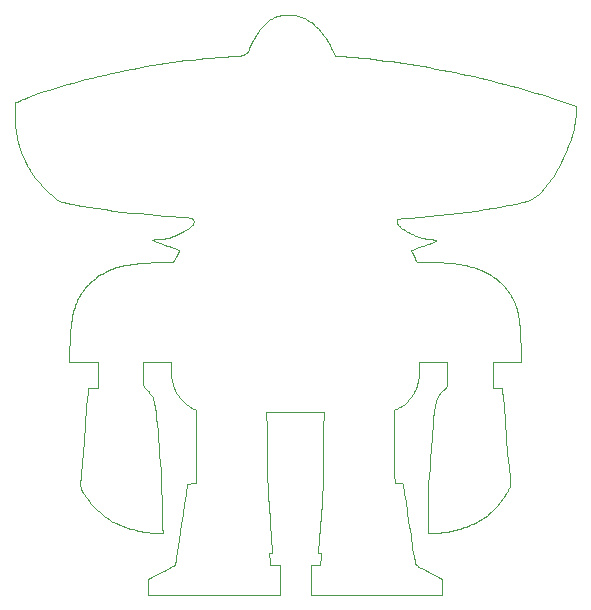
<source format=gbr>
G04 #@! TF.GenerationSoftware,KiCad,Pcbnew,5.1.4-e60b266~84~ubuntu18.04.1*
G04 #@! TF.CreationDate,2019-10-12T11:31:16-06:00*
G04 #@! TF.ProjectId,001,3030312e-6b69-4636-9164-5f7063625858,1*
G04 #@! TF.SameCoordinates,Original*
G04 #@! TF.FileFunction,Profile,NP*
%FSLAX46Y46*%
G04 Gerber Fmt 4.6, Leading zero omitted, Abs format (unit mm)*
G04 Created by KiCad (PCBNEW 5.1.4-e60b266~84~ubuntu18.04.1) date 2019-10-12 11:31:16*
%MOMM*%
%LPD*%
G04 APERTURE LIST*
%ADD10C,0.100000*%
G04 APERTURE END LIST*
D10*
X125087647Y-124050200D02*
X125087647Y-123877226D01*
X125087647Y-123877226D02*
X125087647Y-123704250D01*
X125087647Y-123704250D02*
X125087647Y-123531276D01*
X125087647Y-123531276D02*
X125087647Y-123358301D01*
X125087647Y-123358301D02*
X125359139Y-123225287D01*
X125359139Y-123225287D02*
X125630631Y-123092272D01*
X125630631Y-123092272D02*
X125902122Y-122959258D01*
X125902122Y-122959258D02*
X126173614Y-122826243D01*
X126173614Y-122826243D02*
X126393259Y-122716947D01*
X126393259Y-122716947D02*
X126601059Y-122610309D01*
X126601059Y-122610309D02*
X126792264Y-122509000D01*
X126792264Y-122509000D02*
X126962117Y-122415690D01*
X126962117Y-122415690D02*
X127105862Y-122333040D01*
X127105862Y-122333040D02*
X127218747Y-122263730D01*
X127218747Y-122263730D02*
X127296007Y-122210410D01*
X127296007Y-122210410D02*
X127319797Y-122190590D01*
X127319797Y-122190590D02*
X127332907Y-122175770D01*
X127332907Y-122175770D02*
X127342907Y-122146360D01*
X127342907Y-122146360D02*
X127357517Y-122083740D01*
X127357517Y-122083740D02*
X127399487Y-121865946D01*
X127399487Y-121865946D02*
X127456567Y-121536600D01*
X127456567Y-121536600D02*
X127526487Y-121109899D01*
X127526487Y-121109899D02*
X127695692Y-120021242D01*
X127695692Y-120021242D02*
X127888862Y-118713575D01*
X127888862Y-118713575D02*
X128009511Y-117877635D01*
X128009511Y-117877635D02*
X128130160Y-117041695D01*
X128130160Y-117041695D02*
X128250810Y-116205755D01*
X128250810Y-116205755D02*
X128371459Y-115369814D01*
X128371459Y-115369814D02*
X128461019Y-115354444D01*
X128461019Y-115354444D02*
X128550579Y-115339074D01*
X128550579Y-115339074D02*
X128640139Y-115323704D01*
X128640139Y-115323704D02*
X128729699Y-115308334D01*
X128729699Y-115308334D02*
X128819259Y-115292964D01*
X128819259Y-115292964D02*
X128908819Y-115277594D01*
X128908819Y-115277594D02*
X128998379Y-115262224D01*
X128998379Y-115262224D02*
X129087939Y-115246854D01*
X129087939Y-115246854D02*
X129095939Y-114481558D01*
X129095939Y-114481558D02*
X129103939Y-113716262D01*
X129103939Y-113716262D02*
X129111939Y-112950966D01*
X129111939Y-112950966D02*
X129119939Y-112185670D01*
X129119939Y-112185670D02*
X129127939Y-111420374D01*
X129127939Y-111420374D02*
X129135939Y-110655078D01*
X129135939Y-110655078D02*
X129143939Y-109889781D01*
X129143939Y-109889781D02*
X129151939Y-109124486D01*
X129151939Y-109124486D02*
X129019302Y-109046756D01*
X129019302Y-109046756D02*
X128886666Y-108969026D01*
X128886666Y-108969026D02*
X128754029Y-108891296D01*
X128754029Y-108891296D02*
X128621393Y-108813566D01*
X128621393Y-108813566D02*
X128522683Y-108753596D01*
X128522683Y-108753596D02*
X128427003Y-108691156D01*
X128427003Y-108691156D02*
X128334353Y-108626246D01*
X128334353Y-108626246D02*
X128244743Y-108558896D01*
X128244743Y-108558896D02*
X128158183Y-108489106D01*
X128158183Y-108489106D02*
X128074673Y-108416906D01*
X128074673Y-108416906D02*
X127994223Y-108342296D01*
X127994223Y-108342296D02*
X127916853Y-108265296D01*
X127916853Y-108265296D02*
X127842543Y-108185906D01*
X127842543Y-108185906D02*
X127771313Y-108104156D01*
X127771313Y-108104156D02*
X127703183Y-108020056D01*
X127703183Y-108020056D02*
X127638153Y-107933616D01*
X127638153Y-107933616D02*
X127576223Y-107844846D01*
X127576223Y-107844846D02*
X127517393Y-107753766D01*
X127517393Y-107753766D02*
X127461683Y-107660386D01*
X127461683Y-107660386D02*
X127409103Y-107564726D01*
X127409103Y-107564726D02*
X127359653Y-107466796D01*
X127359653Y-107466796D02*
X127313343Y-107366604D01*
X127313343Y-107366604D02*
X127270183Y-107264165D01*
X127270183Y-107264165D02*
X127230173Y-107159496D01*
X127230173Y-107159496D02*
X127193323Y-107052609D01*
X127193323Y-107052609D02*
X127159633Y-106943517D01*
X127159633Y-106943517D02*
X127129123Y-106832233D01*
X127129123Y-106832233D02*
X127101803Y-106718773D01*
X127101803Y-106718773D02*
X127077663Y-106603149D01*
X127077663Y-106603149D02*
X127056713Y-106485374D01*
X127056713Y-106485374D02*
X127038973Y-106365460D01*
X127038973Y-106365460D02*
X127024443Y-106243424D01*
X127024443Y-106243424D02*
X127013133Y-106119276D01*
X127013133Y-106119276D02*
X127005033Y-105993033D01*
X127005033Y-105993033D02*
X127000233Y-105864705D01*
X127000233Y-105864705D02*
X126998633Y-105734308D01*
X126998633Y-105734308D02*
X126998633Y-105560557D01*
X126998633Y-105560557D02*
X126998633Y-105386860D01*
X126998633Y-105386860D02*
X126998633Y-105213163D01*
X126998633Y-105213163D02*
X126998633Y-105039466D01*
X126998633Y-105039466D02*
X126699682Y-105039466D01*
X126699682Y-105039466D02*
X126401156Y-105039466D01*
X126401156Y-105039466D02*
X126102630Y-105039466D01*
X126102630Y-105039466D02*
X125804104Y-105039466D01*
X125804104Y-105039466D02*
X125505578Y-105039466D01*
X125505578Y-105039466D02*
X125207052Y-105039466D01*
X125207052Y-105039466D02*
X124908527Y-105039466D01*
X124908527Y-105039466D02*
X124610001Y-105039466D01*
X124610001Y-105039466D02*
X124610001Y-105295140D01*
X124610001Y-105295140D02*
X124610001Y-105550815D01*
X124610001Y-105550815D02*
X124610001Y-105806489D01*
X124610001Y-105806489D02*
X124610001Y-106062162D01*
X124610001Y-106062162D02*
X124611201Y-106388837D01*
X124611201Y-106388837D02*
X124617301Y-106642052D01*
X124617301Y-106642052D02*
X124623301Y-106745334D01*
X124623301Y-106745334D02*
X124631801Y-106835314D01*
X124631801Y-106835314D02*
X124643331Y-106913694D01*
X124643331Y-106913694D02*
X124658301Y-106982154D01*
X124658301Y-106982154D02*
X124677151Y-107042374D01*
X124677151Y-107042374D02*
X124700321Y-107096054D01*
X124700321Y-107096054D02*
X124728251Y-107144874D01*
X124728251Y-107144874D02*
X124761401Y-107190524D01*
X124761401Y-107190524D02*
X124800211Y-107234694D01*
X124800211Y-107234694D02*
X124845111Y-107279084D01*
X124845111Y-107279084D02*
X124954987Y-107375244D01*
X124954987Y-107375244D02*
X125028047Y-107442924D01*
X125028047Y-107442924D02*
X125103447Y-107524144D01*
X125103447Y-107524144D02*
X125179017Y-107615844D01*
X125179017Y-107615844D02*
X125252577Y-107714944D01*
X125252577Y-107714944D02*
X125321967Y-107818371D01*
X125321967Y-107818371D02*
X125385027Y-107923057D01*
X125385027Y-107923057D02*
X125439577Y-108025933D01*
X125439577Y-108025933D02*
X125483457Y-108123923D01*
X125483457Y-108123923D02*
X125510717Y-108202173D01*
X125510717Y-108202173D02*
X125538317Y-108301133D01*
X125538317Y-108301133D02*
X125566197Y-108420090D01*
X125566197Y-108420090D02*
X125594297Y-108558332D01*
X125594297Y-108558332D02*
X125622567Y-108715147D01*
X125622567Y-108715147D02*
X125650947Y-108889823D01*
X125650947Y-108889823D02*
X125707807Y-109289911D01*
X125707807Y-109289911D02*
X125764407Y-109752902D01*
X125764407Y-109752902D02*
X125820277Y-110273101D01*
X125820277Y-110273101D02*
X125874957Y-110844812D01*
X125874957Y-110844812D02*
X125927977Y-111462340D01*
X125927977Y-111462340D02*
X125978877Y-112119992D01*
X125978877Y-112119992D02*
X126027197Y-112812070D01*
X126027197Y-112812070D02*
X126072467Y-113532881D01*
X126072467Y-113532881D02*
X126114227Y-114276729D01*
X126114227Y-114276729D02*
X126152017Y-115037918D01*
X126152017Y-115037918D02*
X126185367Y-115810755D01*
X126185367Y-115810755D02*
X126213807Y-116589545D01*
X126213807Y-116589545D02*
X126236877Y-117368590D01*
X126236877Y-117368590D02*
X126250667Y-117898474D01*
X126250667Y-117898474D02*
X126264457Y-118428357D01*
X126264457Y-118428357D02*
X126278247Y-118958241D01*
X126278247Y-118958241D02*
X126292037Y-119488124D01*
X126292037Y-119488124D02*
X126140236Y-119488124D01*
X126140236Y-119488124D02*
X125988411Y-119488124D01*
X125988411Y-119488124D02*
X125836588Y-119488124D01*
X125836588Y-119488124D02*
X125684764Y-119488124D01*
X125684764Y-119488124D02*
X125496233Y-119484224D01*
X125496233Y-119484224D02*
X125299095Y-119472804D01*
X125299095Y-119472804D02*
X125094614Y-119454124D01*
X125094614Y-119454124D02*
X124884047Y-119428504D01*
X124884047Y-119428504D02*
X124668653Y-119396234D01*
X124668653Y-119396234D02*
X124449693Y-119357624D01*
X124449693Y-119357624D02*
X124228428Y-119312964D01*
X124228428Y-119312964D02*
X124006115Y-119262564D01*
X124006115Y-119262564D02*
X123784016Y-119206724D01*
X123784016Y-119206724D02*
X123563389Y-119145744D01*
X123563389Y-119145744D02*
X123345495Y-119079924D01*
X123345495Y-119079924D02*
X123131593Y-119009564D01*
X123131593Y-119009564D02*
X122922942Y-118934964D01*
X122922942Y-118934964D02*
X122720803Y-118856434D01*
X122720803Y-118856434D02*
X122526435Y-118774264D01*
X122526435Y-118774264D02*
X122341098Y-118688764D01*
X122341098Y-118688764D02*
X122243278Y-118639914D01*
X122243278Y-118639914D02*
X122144560Y-118587424D01*
X122144560Y-118587424D02*
X122045109Y-118531434D01*
X122045109Y-118531434D02*
X121945184Y-118472104D01*
X121945184Y-118472104D02*
X121744091Y-118344058D01*
X121744091Y-118344058D02*
X121542687Y-118204513D01*
X121542687Y-118204513D02*
X121342282Y-118054702D01*
X121342282Y-118054702D02*
X121144186Y-117895862D01*
X121144186Y-117895862D02*
X120949708Y-117729228D01*
X120949708Y-117729228D02*
X120760157Y-117556035D01*
X120760157Y-117556035D02*
X120576844Y-117377518D01*
X120576844Y-117377518D02*
X120401081Y-117194914D01*
X120401081Y-117194914D02*
X120234174Y-117009457D01*
X120234174Y-117009457D02*
X120077435Y-116822385D01*
X120077435Y-116822385D02*
X119932173Y-116634932D01*
X119932173Y-116634932D02*
X119864252Y-116541452D01*
X119864252Y-116541452D02*
X119799694Y-116448332D01*
X119799694Y-116448332D02*
X119738661Y-116355742D01*
X119738661Y-116355742D02*
X119681314Y-116263822D01*
X119681314Y-116263822D02*
X119627823Y-116172742D01*
X119627823Y-116172742D02*
X119578349Y-116082642D01*
X119578349Y-116082642D02*
X119499616Y-115933938D01*
X119499616Y-115933938D02*
X119420883Y-115785233D01*
X119420883Y-115785233D02*
X119342150Y-115636528D01*
X119342150Y-115636528D02*
X119263417Y-115487824D01*
X119263417Y-115487824D02*
X119348189Y-114547466D01*
X119348189Y-114547466D02*
X119432961Y-113607111D01*
X119432961Y-113607111D02*
X119517733Y-112666754D01*
X119517733Y-112666754D02*
X119602505Y-111726397D01*
X119602505Y-111726397D02*
X119734617Y-110235284D01*
X119734617Y-110235284D02*
X119843661Y-108955891D01*
X119843661Y-108955891D02*
X119918318Y-108024373D01*
X119918318Y-108024373D02*
X119939220Y-107731617D01*
X119939220Y-107731617D02*
X119947290Y-107576888D01*
X119947290Y-107576888D02*
X119951030Y-107456040D01*
X119951030Y-107456040D02*
X119954940Y-107406340D01*
X119954940Y-107406340D02*
X119960800Y-107363180D01*
X119960800Y-107363180D02*
X119969210Y-107326100D01*
X119969210Y-107326100D02*
X119980651Y-107294650D01*
X119980651Y-107294650D02*
X119995608Y-107268360D01*
X119995608Y-107268360D02*
X120014582Y-107246780D01*
X120014582Y-107246780D02*
X120038075Y-107229450D01*
X120038075Y-107229450D02*
X120066579Y-107215920D01*
X120066579Y-107215920D02*
X120100603Y-107205730D01*
X120100603Y-107205730D02*
X120140641Y-107198430D01*
X120140641Y-107198430D02*
X120187193Y-107193530D01*
X120187193Y-107193530D02*
X120240761Y-107190630D01*
X120240761Y-107190630D02*
X120370932Y-107188830D01*
X120370932Y-107188830D02*
X120475404Y-107188830D01*
X120475404Y-107188830D02*
X120579888Y-107188830D01*
X120579888Y-107188830D02*
X120684372Y-107188830D01*
X120684372Y-107188830D02*
X120788856Y-107188830D01*
X120788856Y-107188830D02*
X120788856Y-106920149D01*
X120788856Y-106920149D02*
X120788856Y-106651475D01*
X120788856Y-106651475D02*
X120788856Y-106382802D01*
X120788856Y-106382802D02*
X120788856Y-106114130D01*
X120788856Y-106114130D02*
X120788856Y-105845456D01*
X120788856Y-105845456D02*
X120788856Y-105576784D01*
X120788856Y-105576784D02*
X120788856Y-105308109D01*
X120788856Y-105308109D02*
X120788856Y-105039436D01*
X120788856Y-105039436D02*
X120490333Y-105039436D01*
X120490333Y-105039436D02*
X120191807Y-105039436D01*
X120191807Y-105039436D02*
X119893281Y-105039436D01*
X119893281Y-105039436D02*
X119594755Y-105039436D01*
X119594755Y-105039436D02*
X119296229Y-105039436D01*
X119296229Y-105039436D02*
X118997703Y-105039436D01*
X118997703Y-105039436D02*
X118699177Y-105039436D01*
X118699177Y-105039436D02*
X118400652Y-105039436D01*
X118400652Y-105039436D02*
X118401164Y-104778226D01*
X118401164Y-104778226D02*
X118401676Y-104517017D01*
X118401676Y-104517017D02*
X118402187Y-104255805D01*
X118402187Y-104255805D02*
X118402699Y-103994596D01*
X118402699Y-103994596D02*
X118404569Y-103726020D01*
X118404569Y-103726020D02*
X118409069Y-103465426D01*
X118409069Y-103465426D02*
X118416199Y-103212619D01*
X118416199Y-103212619D02*
X118426119Y-102967403D01*
X118426119Y-102967403D02*
X118438851Y-102729583D01*
X118438851Y-102729583D02*
X118454453Y-102498966D01*
X118454453Y-102498966D02*
X118472977Y-102275355D01*
X118472977Y-102275355D02*
X118494482Y-102058557D01*
X118494482Y-102058557D02*
X118519028Y-101848377D01*
X118519028Y-101848377D02*
X118546674Y-101644619D01*
X118546674Y-101644619D02*
X118577471Y-101447088D01*
X118577471Y-101447088D02*
X118611478Y-101255591D01*
X118611478Y-101255591D02*
X118648755Y-101069932D01*
X118648755Y-101069932D02*
X118689362Y-100889917D01*
X118689362Y-100889917D02*
X118733349Y-100715350D01*
X118733349Y-100715350D02*
X118780776Y-100546037D01*
X118780776Y-100546037D02*
X118831702Y-100381784D01*
X118831702Y-100381784D02*
X118886187Y-100222393D01*
X118886187Y-100222393D02*
X118944282Y-100067673D01*
X118944282Y-100067673D02*
X119006054Y-99917427D01*
X119006054Y-99917427D02*
X119071555Y-99771461D01*
X119071555Y-99771461D02*
X119140835Y-99629579D01*
X119140835Y-99629579D02*
X119213963Y-99491589D01*
X119213963Y-99491589D02*
X119290989Y-99357293D01*
X119290989Y-99357293D02*
X119371973Y-99226497D01*
X119371973Y-99226497D02*
X119456976Y-99099008D01*
X119456976Y-99099008D02*
X119546052Y-98974628D01*
X119546052Y-98974628D02*
X119639259Y-98853166D01*
X119639259Y-98853166D02*
X119736654Y-98734425D01*
X119736654Y-98734425D02*
X119838295Y-98618209D01*
X119838295Y-98618209D02*
X119944238Y-98504326D01*
X119944238Y-98504326D02*
X120054543Y-98392579D01*
X120054543Y-98392579D02*
X120170435Y-98281315D01*
X120170435Y-98281315D02*
X120287929Y-98174175D01*
X120287929Y-98174175D02*
X120407194Y-98071104D01*
X120407194Y-98071104D02*
X120528401Y-97972044D01*
X120528401Y-97972044D02*
X120651718Y-97876934D01*
X120651718Y-97876934D02*
X120777319Y-97785724D01*
X120777319Y-97785724D02*
X120905370Y-97698354D01*
X120905370Y-97698354D02*
X121036045Y-97614764D01*
X121036045Y-97614764D02*
X121169511Y-97534904D01*
X121169511Y-97534904D02*
X121305940Y-97458714D01*
X121305940Y-97458714D02*
X121445502Y-97386134D01*
X121445502Y-97386134D02*
X121588366Y-97317104D01*
X121588366Y-97317104D02*
X121734704Y-97251564D01*
X121734704Y-97251564D02*
X121884683Y-97189464D01*
X121884683Y-97189464D02*
X122038477Y-97130744D01*
X122038477Y-97130744D02*
X122196254Y-97075354D01*
X122196254Y-97075354D02*
X122358185Y-97023224D01*
X122358185Y-97023224D02*
X122524440Y-96974304D01*
X122524440Y-96974304D02*
X122695188Y-96928534D01*
X122695188Y-96928534D02*
X122870601Y-96885864D01*
X122870601Y-96885864D02*
X123050847Y-96846234D01*
X123050847Y-96846234D02*
X123236098Y-96809574D01*
X123236098Y-96809574D02*
X123426524Y-96775844D01*
X123426524Y-96775844D02*
X123622294Y-96744984D01*
X123622294Y-96744984D02*
X123823579Y-96716934D01*
X123823579Y-96716934D02*
X124030550Y-96691634D01*
X124030550Y-96691634D02*
X124243376Y-96669024D01*
X124243376Y-96669024D02*
X124462227Y-96649054D01*
X124462227Y-96649054D02*
X124687274Y-96631664D01*
X124687274Y-96631664D02*
X124918686Y-96616794D01*
X124918686Y-96616794D02*
X125156633Y-96604394D01*
X125156633Y-96604394D02*
X125401287Y-96594394D01*
X125401287Y-96594394D02*
X125852863Y-96578364D01*
X125852863Y-96578364D02*
X126304439Y-96562324D01*
X126304439Y-96562324D02*
X126756013Y-96546284D01*
X126756013Y-96546284D02*
X127207588Y-96530254D01*
X127207588Y-96530254D02*
X127262728Y-96422191D01*
X127262728Y-96422191D02*
X127317868Y-96314128D01*
X127317868Y-96314128D02*
X127373008Y-96206064D01*
X127373008Y-96206064D02*
X127428148Y-96098002D01*
X127428148Y-96098002D02*
X127516578Y-95924882D01*
X127516578Y-95924882D02*
X127594318Y-95773047D01*
X127594318Y-95773047D02*
X127652958Y-95658882D01*
X127652958Y-95658882D02*
X127684108Y-95598762D01*
X127684108Y-95598762D02*
X127684286Y-95590862D01*
X127684286Y-95590862D02*
X127677786Y-95581062D01*
X127677786Y-95581062D02*
X127645736Y-95556322D01*
X127645736Y-95556322D02*
X127590606Y-95525672D01*
X127590606Y-95525672D02*
X127514946Y-95490242D01*
X127514946Y-95490242D02*
X127421326Y-95451172D01*
X127421326Y-95451172D02*
X127312315Y-95409582D01*
X127312315Y-95409582D02*
X127190481Y-95366602D01*
X127190481Y-95366602D02*
X127058387Y-95323372D01*
X127058387Y-95323372D02*
X126761779Y-95224342D01*
X126761779Y-95224342D02*
X126442943Y-95108771D01*
X126442943Y-95108771D02*
X126140159Y-94991029D01*
X126140159Y-94991029D02*
X126006750Y-94935829D01*
X126006750Y-94935829D02*
X125891709Y-94885479D01*
X125891709Y-94885479D02*
X125765333Y-94828109D01*
X125765333Y-94828109D02*
X125638958Y-94770749D01*
X125638958Y-94770749D02*
X125512582Y-94713389D01*
X125512582Y-94713389D02*
X125386206Y-94656029D01*
X125386206Y-94656029D02*
X125512037Y-94655368D01*
X125512037Y-94655368D02*
X125637867Y-94654708D01*
X125637867Y-94654708D02*
X125763698Y-94654048D01*
X125763698Y-94654048D02*
X125889527Y-94653387D01*
X125889527Y-94653387D02*
X126014612Y-94649487D01*
X126014612Y-94649487D02*
X126143397Y-94639117D01*
X126143397Y-94639117D02*
X126275682Y-94622347D01*
X126275682Y-94622347D02*
X126411264Y-94599247D01*
X126411264Y-94599247D02*
X126549945Y-94569897D01*
X126549945Y-94569897D02*
X126691519Y-94534347D01*
X126691519Y-94534347D02*
X126835788Y-94492677D01*
X126835788Y-94492677D02*
X126982549Y-94444957D01*
X126982549Y-94444957D02*
X127131602Y-94391247D01*
X127131602Y-94391247D02*
X127282745Y-94331627D01*
X127282745Y-94331627D02*
X127435775Y-94266157D01*
X127435775Y-94266157D02*
X127590493Y-94194907D01*
X127590493Y-94194907D02*
X127746695Y-94117947D01*
X127746695Y-94117947D02*
X127904182Y-94035347D01*
X127904182Y-94035347D02*
X128062751Y-93947177D01*
X128062751Y-93947177D02*
X128222202Y-93853507D01*
X128222202Y-93853507D02*
X128404216Y-93740494D01*
X128404216Y-93740494D02*
X128553583Y-93639985D01*
X128553583Y-93639985D02*
X128616833Y-93593595D01*
X128616833Y-93593595D02*
X128672893Y-93549345D01*
X128672893Y-93549345D02*
X128722073Y-93506905D01*
X128722073Y-93506905D02*
X128764713Y-93465935D01*
X128764713Y-93465935D02*
X128801123Y-93426115D01*
X128801123Y-93426115D02*
X128831633Y-93387115D01*
X128831633Y-93387115D02*
X128856563Y-93348595D01*
X128856563Y-93348595D02*
X128876233Y-93310235D01*
X128876233Y-93310235D02*
X128890973Y-93271705D01*
X128890973Y-93271705D02*
X128901103Y-93232665D01*
X128901103Y-93232665D02*
X128907003Y-93192795D01*
X128907003Y-93192795D02*
X128908903Y-93151765D01*
X128908903Y-93151765D02*
X128907503Y-93090405D01*
X128907503Y-93090405D02*
X128901603Y-93036005D01*
X128901603Y-93036005D02*
X128889053Y-92988005D01*
X128889053Y-92988005D02*
X128879553Y-92966215D01*
X128879553Y-92966215D02*
X128867603Y-92945805D01*
X128867603Y-92945805D02*
X128852903Y-92926715D01*
X128852903Y-92926715D02*
X128835163Y-92908855D01*
X128835163Y-92908855D02*
X128814103Y-92892155D01*
X128814103Y-92892155D02*
X128789453Y-92876555D01*
X128789453Y-92876555D02*
X128760943Y-92861975D01*
X128760943Y-92861975D02*
X128728283Y-92848335D01*
X128728283Y-92848335D02*
X128649443Y-92823605D01*
X128649443Y-92823605D02*
X128550723Y-92801805D01*
X128550723Y-92801805D02*
X128429921Y-92782355D01*
X128429921Y-92782355D02*
X128284829Y-92764675D01*
X128284829Y-92764675D02*
X128113241Y-92748185D01*
X128113241Y-92748185D02*
X127681753Y-92716445D01*
X127681753Y-92716445D02*
X127117809Y-92682535D01*
X127117809Y-92682535D02*
X126467424Y-92640455D01*
X126467424Y-92640455D02*
X125778486Y-92587275D01*
X125778486Y-92587275D02*
X125060856Y-92524285D01*
X125060856Y-92524285D02*
X124324393Y-92452815D01*
X124324393Y-92452815D02*
X123578954Y-92374175D01*
X123578954Y-92374175D02*
X122834399Y-92289685D01*
X122834399Y-92289685D02*
X122100588Y-92200665D01*
X122100588Y-92200665D02*
X121387378Y-92108425D01*
X121387378Y-92108425D02*
X120704631Y-92014285D01*
X120704631Y-92014285D02*
X120062203Y-91919555D01*
X120062203Y-91919555D02*
X119469956Y-91825565D01*
X119469956Y-91825565D02*
X118937746Y-91733615D01*
X118937746Y-91733615D02*
X118697237Y-91688825D01*
X118697237Y-91688825D02*
X118475434Y-91645035D01*
X118475434Y-91645035D02*
X118273571Y-91602415D01*
X118273571Y-91602415D02*
X118092879Y-91561125D01*
X118092879Y-91561125D02*
X117934591Y-91521345D01*
X117934591Y-91521345D02*
X117799939Y-91483225D01*
X117799939Y-91483225D02*
X117690156Y-91446935D01*
X117690156Y-91446935D02*
X117606471Y-91412635D01*
X117606471Y-91412635D02*
X117531449Y-91374375D01*
X117531449Y-91374375D02*
X117452410Y-91328845D01*
X117452410Y-91328845D02*
X117369668Y-91276405D01*
X117369668Y-91276405D02*
X117283544Y-91217405D01*
X117283544Y-91217405D02*
X117194356Y-91152195D01*
X117194356Y-91152195D02*
X117102422Y-91081115D01*
X117102422Y-91081115D02*
X117008062Y-91004525D01*
X117008062Y-91004525D02*
X116911593Y-90922775D01*
X116911593Y-90922775D02*
X116713433Y-90745097D01*
X116713433Y-90745097D02*
X116510836Y-90551057D01*
X116510836Y-90551057D02*
X116306180Y-90343367D01*
X116306180Y-90343367D02*
X116102013Y-90124829D01*
X116102013Y-90124829D02*
X115900887Y-89898241D01*
X115900887Y-89898241D02*
X115705349Y-89666405D01*
X115705349Y-89666405D02*
X115517949Y-89432121D01*
X115517949Y-89432121D02*
X115341239Y-89198188D01*
X115341239Y-89198188D02*
X115177764Y-88967406D01*
X115177764Y-88967406D02*
X115101791Y-88854071D01*
X115101791Y-88854071D02*
X115030082Y-88742576D01*
X115030082Y-88742576D02*
X114962959Y-88633267D01*
X114962959Y-88633267D02*
X114900737Y-88526496D01*
X114900737Y-88526496D02*
X114843738Y-88422614D01*
X114843738Y-88422614D02*
X114792277Y-88321969D01*
X114792277Y-88321969D02*
X114661097Y-88046786D01*
X114661097Y-88046786D02*
X114538886Y-87773591D01*
X114538886Y-87773591D02*
X114425643Y-87502377D01*
X114425643Y-87502377D02*
X114321364Y-87233138D01*
X114321364Y-87233138D02*
X114226050Y-86965869D01*
X114226050Y-86965869D02*
X114139697Y-86700562D01*
X114139697Y-86700562D02*
X114062306Y-86437211D01*
X114062306Y-86437211D02*
X113993875Y-86175808D01*
X113993875Y-86175808D02*
X113934396Y-85916350D01*
X113934396Y-85916350D02*
X113883877Y-85658828D01*
X113883877Y-85658828D02*
X113842311Y-85403237D01*
X113842311Y-85403237D02*
X113809697Y-85149569D01*
X113809697Y-85149569D02*
X113786034Y-84897820D01*
X113786034Y-84897820D02*
X113771324Y-84647981D01*
X113771324Y-84647981D02*
X113765544Y-84400048D01*
X113765544Y-84400048D02*
X113768684Y-84154012D01*
X113768684Y-84154012D02*
X113777334Y-83876868D01*
X113777334Y-83876868D02*
X113785984Y-83599725D01*
X113785984Y-83599725D02*
X113794634Y-83322581D01*
X113794634Y-83322581D02*
X113803294Y-83045437D01*
X113803294Y-83045437D02*
X113980900Y-82973252D01*
X113980900Y-82973252D02*
X114158507Y-82901067D01*
X114158507Y-82901067D02*
X114336114Y-82828882D01*
X114336114Y-82828882D02*
X114424917Y-82792794D01*
X114424917Y-82792794D02*
X114513721Y-82756706D01*
X114513721Y-82756706D02*
X114919969Y-82595723D01*
X114919969Y-82595723D02*
X115342715Y-82436133D01*
X115342715Y-82436133D02*
X115781131Y-82278117D01*
X115781131Y-82278117D02*
X116234363Y-82121856D01*
X116234363Y-82121856D02*
X116701556Y-81967527D01*
X116701556Y-81967527D02*
X117181860Y-81815310D01*
X117181860Y-81815310D02*
X117674419Y-81665385D01*
X117674419Y-81665385D02*
X118178382Y-81517932D01*
X118178382Y-81517932D02*
X118692894Y-81373130D01*
X118692894Y-81373130D02*
X119217103Y-81231158D01*
X119217103Y-81231158D02*
X119750155Y-81092198D01*
X119750155Y-81092198D02*
X120291198Y-80956426D01*
X120291198Y-80956426D02*
X120839377Y-80824024D01*
X120839377Y-80824024D02*
X121393841Y-80695170D01*
X121393841Y-80695170D02*
X121953734Y-80570045D01*
X121953734Y-80570045D02*
X122518206Y-80448828D01*
X122518206Y-80448828D02*
X123086402Y-80331698D01*
X123086402Y-80331698D02*
X123657468Y-80218836D01*
X123657468Y-80218836D02*
X124230552Y-80110419D01*
X124230552Y-80110419D02*
X124804800Y-80006629D01*
X124804800Y-80006629D02*
X125379360Y-79907645D01*
X125379360Y-79907645D02*
X125953379Y-79813646D01*
X125953379Y-79813646D02*
X126526002Y-79724811D01*
X126526002Y-79724811D02*
X127096377Y-79641321D01*
X127096377Y-79641321D02*
X127663649Y-79563352D01*
X127663649Y-79563352D02*
X128226967Y-79491091D01*
X128226967Y-79491091D02*
X128785478Y-79424707D01*
X128785478Y-79424707D02*
X129338328Y-79364387D01*
X129338328Y-79364387D02*
X129884663Y-79310310D01*
X129884663Y-79310310D02*
X130423630Y-79262654D01*
X130423630Y-79262654D02*
X130954377Y-79221597D01*
X130954377Y-79221597D02*
X131476051Y-79187326D01*
X131476051Y-79187326D02*
X132128781Y-79148868D01*
X132128781Y-79148868D02*
X132390216Y-79131431D01*
X132390216Y-79131431D02*
X132613690Y-79112720D01*
X132613690Y-79112720D02*
X132803199Y-79090875D01*
X132803199Y-79090875D02*
X132886469Y-79078203D01*
X132886469Y-79078203D02*
X132962739Y-79064045D01*
X132962739Y-79064045D02*
X133032519Y-79048179D01*
X133032519Y-79048179D02*
X133096299Y-79030369D01*
X133096299Y-79030369D02*
X133154589Y-79010384D01*
X133154589Y-79010384D02*
X133207889Y-78987996D01*
X133207889Y-78987996D02*
X133256689Y-78962966D01*
X133256689Y-78962966D02*
X133301489Y-78935065D01*
X133301489Y-78935065D02*
X133342799Y-78904056D01*
X133342799Y-78904056D02*
X133381109Y-78869717D01*
X133381109Y-78869717D02*
X133416929Y-78831811D01*
X133416929Y-78831811D02*
X133450749Y-78790100D01*
X133450749Y-78790100D02*
X133483069Y-78744363D01*
X133483069Y-78744363D02*
X133514389Y-78694363D01*
X133514389Y-78694363D02*
X133576029Y-78580644D01*
X133576029Y-78580644D02*
X133639669Y-78447088D01*
X133639669Y-78447088D02*
X133788918Y-78113046D01*
X133788918Y-78113046D02*
X133861818Y-77955004D01*
X133861818Y-77955004D02*
X133935998Y-77802368D01*
X133935998Y-77802368D02*
X134011498Y-77655115D01*
X134011498Y-77655115D02*
X134088348Y-77513218D01*
X134088348Y-77513218D02*
X134166568Y-77376654D01*
X134166568Y-77376654D02*
X134246198Y-77245398D01*
X134246198Y-77245398D02*
X134327278Y-77119425D01*
X134327278Y-77119425D02*
X134409828Y-76998711D01*
X134409828Y-76998711D02*
X134493878Y-76883230D01*
X134493878Y-76883230D02*
X134579458Y-76772959D01*
X134579458Y-76772959D02*
X134666608Y-76667873D01*
X134666608Y-76667873D02*
X134755348Y-76567946D01*
X134755348Y-76567946D02*
X134845718Y-76473154D01*
X134845718Y-76473154D02*
X134937738Y-76383473D01*
X134937738Y-76383473D02*
X135031448Y-76298879D01*
X135031448Y-76298879D02*
X135126878Y-76219346D01*
X135126878Y-76219346D02*
X135224058Y-76144848D01*
X135224058Y-76144848D02*
X135323018Y-76075362D01*
X135323018Y-76075362D02*
X135423787Y-76010863D01*
X135423787Y-76010863D02*
X135526398Y-75951327D01*
X135526398Y-75951327D02*
X135630881Y-75896729D01*
X135630881Y-75896729D02*
X135737267Y-75847045D01*
X135737267Y-75847045D02*
X135845588Y-75802249D01*
X135845588Y-75802249D02*
X135955873Y-75762317D01*
X135955873Y-75762317D02*
X136068154Y-75727224D01*
X136068154Y-75727224D02*
X136182461Y-75696946D01*
X136182461Y-75696946D02*
X136298826Y-75671458D01*
X136298826Y-75671458D02*
X136417279Y-75650735D01*
X136417279Y-75650735D02*
X136537850Y-75634753D01*
X136537850Y-75634753D02*
X136660573Y-75623486D01*
X136660573Y-75623486D02*
X136785476Y-75616912D01*
X136785476Y-75616912D02*
X136912590Y-75615001D01*
X136912590Y-75615001D02*
X137046000Y-75618059D01*
X137046000Y-75618059D02*
X137178206Y-75626349D01*
X137178206Y-75626349D02*
X137309177Y-75639854D01*
X137309177Y-75639854D02*
X137438884Y-75658548D01*
X137438884Y-75658548D02*
X137567294Y-75682409D01*
X137567294Y-75682409D02*
X137694381Y-75711415D01*
X137694381Y-75711415D02*
X137820113Y-75745544D01*
X137820113Y-75745544D02*
X137944458Y-75784773D01*
X137944458Y-75784773D02*
X138067388Y-75829080D01*
X138067388Y-75829080D02*
X138188872Y-75878443D01*
X138188872Y-75878443D02*
X138308878Y-75932841D01*
X138308878Y-75932841D02*
X138427379Y-75992250D01*
X138427379Y-75992250D02*
X138544344Y-76056649D01*
X138544344Y-76056649D02*
X138659740Y-76126016D01*
X138659740Y-76126016D02*
X138773540Y-76200329D01*
X138773540Y-76200329D02*
X138885713Y-76279564D01*
X138885713Y-76279564D02*
X138996228Y-76363701D01*
X138996228Y-76363701D02*
X139105055Y-76452716D01*
X139105055Y-76452716D02*
X139212165Y-76546588D01*
X139212165Y-76546588D02*
X139317526Y-76645294D01*
X139317526Y-76645294D02*
X139421108Y-76748813D01*
X139421108Y-76748813D02*
X139522881Y-76857122D01*
X139522881Y-76857122D02*
X139622811Y-76970199D01*
X139622811Y-76970199D02*
X139720881Y-77088022D01*
X139720881Y-77088022D02*
X139817051Y-77210568D01*
X139817051Y-77210568D02*
X139911291Y-77337816D01*
X139911291Y-77337816D02*
X140003571Y-77469743D01*
X140003571Y-77469743D02*
X140093861Y-77606328D01*
X140093861Y-77606328D02*
X140182131Y-77747547D01*
X140182131Y-77747547D02*
X140268341Y-77893378D01*
X140268341Y-77893378D02*
X140352481Y-78043801D01*
X140352481Y-78043801D02*
X140434501Y-78198792D01*
X140434501Y-78198792D02*
X140548710Y-78420653D01*
X140548710Y-78420653D02*
X140662919Y-78642513D01*
X140662919Y-78642513D02*
X140777127Y-78864374D01*
X140777127Y-78864374D02*
X140891337Y-79086234D01*
X140891337Y-79086234D02*
X141307923Y-79121915D01*
X141307923Y-79121915D02*
X141724509Y-79157596D01*
X141724509Y-79157596D02*
X141932801Y-79175432D01*
X141932801Y-79175432D02*
X142141095Y-79193268D01*
X142141095Y-79193268D02*
X142349387Y-79211104D01*
X142349387Y-79211104D02*
X142557681Y-79228940D01*
X142557681Y-79228940D02*
X143054189Y-79273742D01*
X143054189Y-79273742D02*
X143557186Y-79323606D01*
X143557186Y-79323606D02*
X144066192Y-79378439D01*
X144066192Y-79378439D02*
X144580723Y-79438130D01*
X144580723Y-79438130D02*
X145100297Y-79502586D01*
X145100297Y-79502586D02*
X145624432Y-79571713D01*
X145624432Y-79571713D02*
X146152645Y-79645410D01*
X146152645Y-79645410D02*
X146684454Y-79723574D01*
X146684454Y-79723574D02*
X147219376Y-79806104D01*
X147219376Y-79806104D02*
X147756928Y-79892902D01*
X147756928Y-79892902D02*
X148296631Y-79983867D01*
X148296631Y-79983867D02*
X148837999Y-80078902D01*
X148837999Y-80078902D02*
X149380552Y-80177906D01*
X149380552Y-80177906D02*
X149923806Y-80280780D01*
X149923806Y-80280780D02*
X150467279Y-80387424D01*
X150467279Y-80387424D02*
X151010489Y-80497738D01*
X151010489Y-80497738D02*
X151552953Y-80611623D01*
X151552953Y-80611623D02*
X152094189Y-80728979D01*
X152094189Y-80728979D02*
X152633716Y-80849706D01*
X152633716Y-80849706D02*
X153171050Y-80973705D01*
X153171050Y-80973705D02*
X153705708Y-81100877D01*
X153705708Y-81100877D02*
X154237209Y-81231121D01*
X154237209Y-81231121D02*
X154765071Y-81364340D01*
X154765071Y-81364340D02*
X155288810Y-81500430D01*
X155288810Y-81500430D02*
X155807944Y-81639296D01*
X155807944Y-81639296D02*
X156321992Y-81780835D01*
X156321992Y-81780835D02*
X156830470Y-81924949D01*
X156830470Y-81924949D02*
X157332895Y-82071538D01*
X157332895Y-82071538D02*
X157828787Y-82220502D01*
X157828787Y-82220502D02*
X158317663Y-82371743D01*
X158317663Y-82371743D02*
X158799039Y-82525159D01*
X158799039Y-82525159D02*
X159272435Y-82680652D01*
X159272435Y-82680652D02*
X159529460Y-82766373D01*
X159529460Y-82766373D02*
X159786483Y-82852094D01*
X159786483Y-82852094D02*
X160300533Y-83023534D01*
X160300533Y-83023534D02*
X160814581Y-83194975D01*
X160814581Y-83194975D02*
X161328628Y-83366416D01*
X161328628Y-83366416D02*
X161319328Y-83515679D01*
X161319328Y-83515679D02*
X161309928Y-83664942D01*
X161309928Y-83664942D02*
X161300528Y-83814205D01*
X161300528Y-83814205D02*
X161291128Y-83963467D01*
X161291128Y-83963467D02*
X161282028Y-84088371D01*
X161282028Y-84088371D02*
X161270158Y-84215012D01*
X161270158Y-84215012D02*
X161238448Y-84473114D01*
X161238448Y-84473114D02*
X161196468Y-84736969D01*
X161196468Y-84736969D02*
X161144628Y-85005772D01*
X161144628Y-85005772D02*
X161083378Y-85278720D01*
X161083378Y-85278720D02*
X161013128Y-85555011D01*
X161013128Y-85555011D02*
X160934298Y-85833837D01*
X160934298Y-85833837D02*
X160847328Y-86114397D01*
X160847328Y-86114397D02*
X160752638Y-86395886D01*
X160752638Y-86395886D02*
X160650649Y-86677501D01*
X160650649Y-86677501D02*
X160541788Y-86958438D01*
X160541788Y-86958438D02*
X160426480Y-87237893D01*
X160426480Y-87237893D02*
X160305152Y-87515062D01*
X160305152Y-87515062D02*
X160178228Y-87789141D01*
X160178228Y-87789141D02*
X160046135Y-88059327D01*
X160046135Y-88059327D02*
X159909296Y-88324816D01*
X159909296Y-88324816D02*
X159768138Y-88584802D01*
X159768138Y-88584802D02*
X159623084Y-88838484D01*
X159623084Y-88838484D02*
X159474562Y-89085057D01*
X159474562Y-89085057D02*
X159322996Y-89323718D01*
X159322996Y-89323718D02*
X159168811Y-89553661D01*
X159168811Y-89553661D02*
X159012433Y-89774084D01*
X159012433Y-89774084D02*
X158854287Y-89984182D01*
X158854287Y-89984182D02*
X158694798Y-90183153D01*
X158694798Y-90183153D02*
X158534391Y-90370192D01*
X158534391Y-90370192D02*
X158373492Y-90544495D01*
X158373492Y-90544495D02*
X158212526Y-90705258D01*
X158212526Y-90705258D02*
X158132156Y-90780308D01*
X158132156Y-90780308D02*
X158051916Y-90851678D01*
X158051916Y-90851678D02*
X157971886Y-90919258D01*
X157971886Y-90919258D02*
X157892096Y-90982948D01*
X157892096Y-90982948D02*
X157812606Y-91042658D01*
X157812606Y-91042658D02*
X157733476Y-91098268D01*
X157733476Y-91098268D02*
X157654756Y-91149698D01*
X157654756Y-91149698D02*
X157576496Y-91196838D01*
X157576496Y-91196838D02*
X157498746Y-91239588D01*
X157498746Y-91239588D02*
X157421566Y-91277838D01*
X157421566Y-91277838D02*
X157315489Y-91322978D01*
X157315489Y-91322978D02*
X157187626Y-91369468D01*
X157187626Y-91369468D02*
X157038768Y-91417198D01*
X157038768Y-91417198D02*
X156869706Y-91466048D01*
X156869706Y-91466048D02*
X156681234Y-91515898D01*
X156681234Y-91515898D02*
X156474143Y-91566628D01*
X156474143Y-91566628D02*
X156249225Y-91618128D01*
X156249225Y-91618128D02*
X156007270Y-91670278D01*
X156007270Y-91670278D02*
X155749072Y-91722958D01*
X155749072Y-91722958D02*
X155475424Y-91776038D01*
X155475424Y-91776038D02*
X154884937Y-91882963D01*
X154884937Y-91882963D02*
X154242145Y-91990115D01*
X154242145Y-91990115D02*
X153553384Y-92096548D01*
X153553384Y-92096548D02*
X152824986Y-92201319D01*
X152824986Y-92201319D02*
X152063288Y-92303482D01*
X152063288Y-92303482D02*
X151274625Y-92402092D01*
X151274625Y-92402092D02*
X150465331Y-92496212D01*
X150465331Y-92496212D02*
X149641741Y-92584892D01*
X149641741Y-92584892D02*
X148810190Y-92667182D01*
X148810190Y-92667182D02*
X147977013Y-92742152D01*
X147977013Y-92742152D02*
X147148543Y-92808852D01*
X147148543Y-92808852D02*
X146819667Y-92834842D01*
X146819667Y-92834842D02*
X146568010Y-92859092D01*
X146568010Y-92859092D02*
X146467924Y-92871652D01*
X146467924Y-92871652D02*
X146383284Y-92885092D01*
X146383284Y-92885092D02*
X146312804Y-92899832D01*
X146312804Y-92899832D02*
X146255204Y-92916322D01*
X146255204Y-92916322D02*
X146209194Y-92935002D01*
X146209194Y-92935002D02*
X146173484Y-92956302D01*
X146173484Y-92956302D02*
X146146794Y-92980652D01*
X146146794Y-92980652D02*
X146127844Y-93008502D01*
X146127844Y-93008502D02*
X146115344Y-93040272D01*
X146115344Y-93040272D02*
X146108044Y-93076412D01*
X146108044Y-93076412D02*
X146104544Y-93117362D01*
X146104544Y-93117362D02*
X146103695Y-93163542D01*
X146103695Y-93163542D02*
X146105095Y-93188242D01*
X146105095Y-93188242D02*
X146109295Y-93213552D01*
X146109295Y-93213552D02*
X146125835Y-93265892D01*
X146125835Y-93265892D02*
X146152765Y-93320322D01*
X146152765Y-93320322D02*
X146189565Y-93376582D01*
X146189565Y-93376582D02*
X146235715Y-93434412D01*
X146235715Y-93434412D02*
X146290705Y-93493562D01*
X146290705Y-93493562D02*
X146354015Y-93553772D01*
X146354015Y-93553772D02*
X146425125Y-93614782D01*
X146425125Y-93614782D02*
X146503505Y-93676342D01*
X146503505Y-93676342D02*
X146588655Y-93738192D01*
X146588655Y-93738192D02*
X146680045Y-93800072D01*
X146680045Y-93800072D02*
X146777165Y-93861732D01*
X146777165Y-93861732D02*
X146879485Y-93922922D01*
X146879485Y-93922922D02*
X146986494Y-93983382D01*
X146986494Y-93983382D02*
X147097670Y-94042842D01*
X147097670Y-94042842D02*
X147212496Y-94101062D01*
X147212496Y-94101062D02*
X147330454Y-94157782D01*
X147330454Y-94157782D02*
X147451025Y-94212742D01*
X147451025Y-94212742D02*
X147573689Y-94265692D01*
X147573689Y-94265692D02*
X147697929Y-94316372D01*
X147697929Y-94316372D02*
X147823226Y-94364532D01*
X147823226Y-94364532D02*
X147949062Y-94409902D01*
X147949062Y-94409902D02*
X148074917Y-94452242D01*
X148074917Y-94452242D02*
X148200274Y-94491282D01*
X148200274Y-94491282D02*
X148324614Y-94526772D01*
X148324614Y-94526772D02*
X148447418Y-94558462D01*
X148447418Y-94558462D02*
X148568167Y-94586092D01*
X148568167Y-94586092D02*
X148686343Y-94609402D01*
X148686343Y-94609402D02*
X148801428Y-94628142D01*
X148801428Y-94628142D02*
X148912903Y-94642042D01*
X148912903Y-94642042D02*
X149020249Y-94650842D01*
X149020249Y-94650842D02*
X149122948Y-94654342D01*
X149122948Y-94654342D02*
X149229644Y-94656242D01*
X149229644Y-94656242D02*
X149318244Y-94660442D01*
X149318244Y-94660442D02*
X149388124Y-94667442D01*
X149388124Y-94667442D02*
X149438664Y-94677552D01*
X149438664Y-94677552D02*
X149456494Y-94683952D01*
X149456494Y-94683952D02*
X149469264Y-94691252D01*
X149469264Y-94691252D02*
X149476864Y-94699552D01*
X149476864Y-94699552D02*
X149479264Y-94708952D01*
X149479264Y-94708952D02*
X149476364Y-94719412D01*
X149476364Y-94719412D02*
X149468164Y-94731022D01*
X149468164Y-94731022D02*
X149454444Y-94743842D01*
X149454444Y-94743842D02*
X149435194Y-94757912D01*
X149435194Y-94757912D02*
X149379824Y-94790022D01*
X149379824Y-94790022D02*
X149301424Y-94827762D01*
X149301424Y-94827762D02*
X149199370Y-94871552D01*
X149199370Y-94871552D02*
X149073051Y-94921802D01*
X149073051Y-94921802D02*
X148745143Y-95043324D01*
X148745143Y-95043324D02*
X148312768Y-95195621D01*
X148312768Y-95195621D02*
X147939445Y-95325963D01*
X147939445Y-95325963D02*
X147629143Y-95435730D01*
X147629143Y-95435730D02*
X147414213Y-95513390D01*
X147414213Y-95513390D02*
X147326993Y-95547380D01*
X147326993Y-95547380D02*
X147325293Y-95551980D01*
X147325293Y-95551980D02*
X147326393Y-95561480D01*
X147326393Y-95561480D02*
X147336453Y-95594260D01*
X147336453Y-95594260D02*
X147384623Y-95707220D01*
X147384623Y-95707220D02*
X147463703Y-95869239D01*
X147463703Y-95869239D02*
X147565865Y-96063387D01*
X147565865Y-96063387D02*
X147633195Y-96187369D01*
X147633195Y-96187369D02*
X147700525Y-96311350D01*
X147700525Y-96311350D02*
X147767855Y-96435329D01*
X147767855Y-96435329D02*
X147835185Y-96559311D01*
X147835185Y-96559311D02*
X148148637Y-96560137D01*
X148148637Y-96560137D02*
X148462089Y-96560963D01*
X148462089Y-96560963D02*
X148775542Y-96561789D01*
X148775542Y-96561789D02*
X149088994Y-96562614D01*
X149088994Y-96562614D02*
X149379653Y-96565714D01*
X149379653Y-96565714D02*
X149664120Y-96573314D01*
X149664120Y-96573314D02*
X149942433Y-96585484D01*
X149942433Y-96585484D02*
X150214625Y-96602234D01*
X150214625Y-96602234D02*
X150480732Y-96623574D01*
X150480732Y-96623574D02*
X150740788Y-96649524D01*
X150740788Y-96649524D02*
X150994828Y-96680094D01*
X150994828Y-96680094D02*
X151242889Y-96715294D01*
X151242889Y-96715294D02*
X151485005Y-96755134D01*
X151485005Y-96755134D02*
X151721210Y-96799634D01*
X151721210Y-96799634D02*
X151951540Y-96848804D01*
X151951540Y-96848804D02*
X152176031Y-96902664D01*
X152176031Y-96902664D02*
X152394716Y-96961214D01*
X152394716Y-96961214D02*
X152607630Y-97024484D01*
X152607630Y-97024484D02*
X152814810Y-97092474D01*
X152814810Y-97092474D02*
X153016290Y-97165204D01*
X153016290Y-97165204D02*
X153212105Y-97242684D01*
X153212105Y-97242684D02*
X153402290Y-97324924D01*
X153402290Y-97324924D02*
X153586880Y-97411944D01*
X153586880Y-97411944D02*
X153765911Y-97503754D01*
X153765911Y-97503754D02*
X153939417Y-97600364D01*
X153939417Y-97600364D02*
X154107434Y-97701793D01*
X154107434Y-97701793D02*
X154269995Y-97808052D01*
X154269995Y-97808052D02*
X154427137Y-97919154D01*
X154427137Y-97919154D02*
X154578893Y-98035112D01*
X154578893Y-98035112D02*
X154725302Y-98155940D01*
X154725302Y-98155940D02*
X154866395Y-98281651D01*
X154866395Y-98281651D02*
X155002209Y-98412258D01*
X155002209Y-98412258D02*
X155132778Y-98547776D01*
X155132778Y-98547776D02*
X155258138Y-98688215D01*
X155258138Y-98688215D02*
X155378323Y-98833591D01*
X155378323Y-98833591D02*
X155493369Y-98983917D01*
X155493369Y-98983917D02*
X155632932Y-99180309D01*
X155632932Y-99180309D02*
X155760128Y-99374517D01*
X155760128Y-99374517D02*
X155819278Y-99471527D01*
X155819278Y-99471527D02*
X155875568Y-99568857D01*
X155875568Y-99568857D02*
X155929058Y-99666797D01*
X155929058Y-99666797D02*
X155979828Y-99765637D01*
X155979828Y-99765637D02*
X156027958Y-99865661D01*
X156027958Y-99865661D02*
X156073528Y-99967164D01*
X156073528Y-99967164D02*
X156116608Y-100070432D01*
X156116608Y-100070432D02*
X156157268Y-100175754D01*
X156157268Y-100175754D02*
X156195588Y-100283421D01*
X156195588Y-100283421D02*
X156231638Y-100393721D01*
X156231638Y-100393721D02*
X156265498Y-100506942D01*
X156265498Y-100506942D02*
X156297248Y-100623373D01*
X156297248Y-100623373D02*
X156326958Y-100743304D01*
X156326958Y-100743304D02*
X156354708Y-100867023D01*
X156354708Y-100867023D02*
X156380558Y-100994820D01*
X156380558Y-100994820D02*
X156404598Y-101126984D01*
X156404598Y-101126984D02*
X156447538Y-101405566D01*
X156447538Y-101405566D02*
X156484128Y-101705080D01*
X156484128Y-101705080D02*
X156514958Y-102027840D01*
X156514958Y-102027840D02*
X156540628Y-102376157D01*
X156540628Y-102376157D02*
X156561748Y-102752342D01*
X156561748Y-102752342D02*
X156578918Y-103158707D01*
X156578918Y-103158707D02*
X156596068Y-103628886D01*
X156596068Y-103628886D02*
X156613218Y-104099064D01*
X156613218Y-104099064D02*
X156630358Y-104569242D01*
X156630358Y-104569242D02*
X156647508Y-105039421D01*
X156647508Y-105039421D02*
X156344703Y-105039421D01*
X156344703Y-105039421D02*
X156041718Y-105039421D01*
X156041718Y-105039421D02*
X155738735Y-105039421D01*
X155738735Y-105039421D02*
X155435750Y-105039421D01*
X155435750Y-105039421D02*
X155132767Y-105039421D01*
X155132767Y-105039421D02*
X154829782Y-105039421D01*
X154829782Y-105039421D02*
X154526799Y-105039421D01*
X154526799Y-105039421D02*
X154223814Y-105039421D01*
X154223814Y-105039421D02*
X154223814Y-105308094D01*
X154223814Y-105308094D02*
X154223814Y-105576767D01*
X154223814Y-105576767D02*
X154223814Y-105845440D01*
X154223814Y-105845440D02*
X154223814Y-106114113D01*
X154223814Y-106114113D02*
X154223814Y-106382785D01*
X154223814Y-106382785D02*
X154223814Y-106651461D01*
X154223814Y-106651461D02*
X154223814Y-106920133D01*
X154223814Y-106920133D02*
X154223814Y-107188806D01*
X154223814Y-107188806D02*
X154328297Y-107188806D01*
X154328297Y-107188806D02*
X154432783Y-107188806D01*
X154432783Y-107188806D02*
X154537266Y-107188806D01*
X154537266Y-107188806D02*
X154641750Y-107188806D01*
X154641750Y-107188806D02*
X154751119Y-107191306D01*
X154751119Y-107191306D02*
X154841369Y-107199106D01*
X154841369Y-107199106D02*
X154913909Y-107212986D01*
X154913909Y-107212986D02*
X154943979Y-107222386D01*
X154943979Y-107222386D02*
X154970139Y-107233596D01*
X154970139Y-107233596D02*
X154992569Y-107246666D01*
X154992569Y-107246666D02*
X155011439Y-107261686D01*
X155011439Y-107261686D02*
X155026929Y-107278756D01*
X155026929Y-107278756D02*
X155039219Y-107297946D01*
X155039219Y-107297946D02*
X155048519Y-107319356D01*
X155048519Y-107319356D02*
X155054919Y-107343066D01*
X155054919Y-107343066D02*
X155058619Y-107369166D01*
X155058619Y-107369166D02*
X155059819Y-107397746D01*
X155059819Y-107397746D02*
X155066519Y-107562950D01*
X155066519Y-107562950D02*
X155085509Y-107862908D01*
X155085509Y-107862908D02*
X155153699Y-108788514D01*
X155153699Y-108788514D02*
X155251189Y-110017420D01*
X155251189Y-110017420D02*
X155364766Y-111392475D01*
X155364766Y-111392475D02*
X155481230Y-112756535D01*
X155481230Y-112756535D02*
X155587380Y-113952452D01*
X155587380Y-113952452D02*
X155670020Y-114823080D01*
X155670020Y-114823080D02*
X155698400Y-115087302D01*
X155698400Y-115087302D02*
X155715950Y-115211271D01*
X155715950Y-115211271D02*
X155722550Y-115251451D01*
X155722550Y-115251451D02*
X155724150Y-115296411D01*
X155724150Y-115296411D02*
X155720950Y-115345911D01*
X155720950Y-115345911D02*
X155712950Y-115399701D01*
X155712950Y-115399701D02*
X155700370Y-115457531D01*
X155700370Y-115457531D02*
X155683370Y-115519161D01*
X155683370Y-115519161D02*
X155662100Y-115584331D01*
X155662100Y-115584331D02*
X155636710Y-115652801D01*
X155636710Y-115652801D02*
X155574220Y-115798668D01*
X155574220Y-115798668D02*
X155497120Y-115954778D01*
X155497120Y-115954778D02*
X155406650Y-116119157D01*
X155406650Y-116119157D02*
X155304040Y-116289830D01*
X155304040Y-116289830D02*
X155190530Y-116464819D01*
X155190530Y-116464819D02*
X155067353Y-116642151D01*
X155067353Y-116642151D02*
X154935745Y-116819850D01*
X154935745Y-116819850D02*
X154796941Y-116995941D01*
X154796941Y-116995941D02*
X154652174Y-117168449D01*
X154652174Y-117168449D02*
X154502682Y-117335398D01*
X154502682Y-117335398D02*
X154349699Y-117494813D01*
X154349699Y-117494813D02*
X154194459Y-117644720D01*
X154194459Y-117644720D02*
X154081669Y-117746059D01*
X154081669Y-117746059D02*
X153964367Y-117845329D01*
X153964367Y-117845329D02*
X153842753Y-117942459D01*
X153842753Y-117942459D02*
X153717024Y-118037369D01*
X153717024Y-118037369D02*
X153587379Y-118129989D01*
X153587379Y-118129989D02*
X153454017Y-118220229D01*
X153454017Y-118220229D02*
X153317139Y-118308029D01*
X153317139Y-118308029D02*
X153176940Y-118393309D01*
X153176940Y-118393309D02*
X153033619Y-118475989D01*
X153033619Y-118475989D02*
X152887378Y-118556009D01*
X152887378Y-118556009D02*
X152738414Y-118633269D01*
X152738414Y-118633269D02*
X152586925Y-118707709D01*
X152586925Y-118707709D02*
X152433109Y-118779259D01*
X152433109Y-118779259D02*
X152277167Y-118847829D01*
X152277167Y-118847829D02*
X152119297Y-118913359D01*
X152119297Y-118913359D02*
X151959697Y-118975769D01*
X151959697Y-118975769D02*
X151798565Y-119034979D01*
X151798565Y-119034979D02*
X151636101Y-119090909D01*
X151636101Y-119090909D02*
X151472504Y-119143489D01*
X151472504Y-119143489D02*
X151307972Y-119192649D01*
X151307972Y-119192649D02*
X151142704Y-119238309D01*
X151142704Y-119238309D02*
X150976898Y-119280389D01*
X150976898Y-119280389D02*
X150810755Y-119318819D01*
X150810755Y-119318819D02*
X150644470Y-119353529D01*
X150644470Y-119353529D02*
X150478245Y-119384439D01*
X150478245Y-119384439D02*
X150312277Y-119411469D01*
X150312277Y-119411469D02*
X150146767Y-119434549D01*
X150146767Y-119434549D02*
X149981910Y-119453599D01*
X149981910Y-119453599D02*
X149817907Y-119468549D01*
X149817907Y-119468549D02*
X149654956Y-119479319D01*
X149654956Y-119479319D02*
X149493256Y-119485819D01*
X149493256Y-119485819D02*
X149333006Y-119488019D01*
X149333006Y-119488019D02*
X149182405Y-119488019D01*
X149182405Y-119488019D02*
X149031883Y-119488019D01*
X149031883Y-119488019D02*
X148881361Y-119488019D01*
X148881361Y-119488019D02*
X148730841Y-119488019D01*
X148730841Y-119488019D02*
X148730841Y-119008004D01*
X148730841Y-119008004D02*
X148730841Y-118527988D01*
X148730841Y-118527988D02*
X148730841Y-118047971D01*
X148730841Y-118047971D02*
X148730841Y-117567954D01*
X148730841Y-117567954D02*
X148733141Y-117159904D01*
X148733141Y-117159904D02*
X148739841Y-116736023D01*
X148739841Y-116736023D02*
X148750411Y-116308679D01*
X148750411Y-116308679D02*
X148764401Y-115890239D01*
X148764401Y-115890239D02*
X148781341Y-115493069D01*
X148781341Y-115493069D02*
X148800761Y-115129535D01*
X148800761Y-115129535D02*
X148822191Y-114812004D01*
X148822191Y-114812004D02*
X148845171Y-114552843D01*
X148845171Y-114552843D02*
X148899661Y-113972191D01*
X148899661Y-113972191D02*
X148963501Y-113200701D01*
X148963501Y-113200701D02*
X149028731Y-112338951D01*
X149028731Y-112338951D02*
X149087401Y-111487527D01*
X149087401Y-111487527D02*
X149122201Y-110966078D01*
X149122201Y-110966078D02*
X149155821Y-110498038D01*
X149155821Y-110498038D02*
X149189041Y-110079746D01*
X149189041Y-110079746D02*
X149222641Y-109707539D01*
X149222641Y-109707539D02*
X149257411Y-109377758D01*
X149257411Y-109377758D02*
X149294141Y-109086739D01*
X149294141Y-109086739D02*
X149333621Y-108830823D01*
X149333621Y-108830823D02*
X149376621Y-108606349D01*
X149376621Y-108606349D02*
X149399691Y-108504758D01*
X149399691Y-108504758D02*
X149423931Y-108409658D01*
X149423931Y-108409658D02*
X149449451Y-108320588D01*
X149449451Y-108320588D02*
X149476341Y-108237078D01*
X149476341Y-108237078D02*
X149504701Y-108158698D01*
X149504701Y-108158698D02*
X149534631Y-108084968D01*
X149534631Y-108084968D02*
X149566221Y-108015428D01*
X149566221Y-108015428D02*
X149599581Y-107949638D01*
X149599581Y-107949638D02*
X149634801Y-107887128D01*
X149634801Y-107887128D02*
X149671981Y-107827448D01*
X149671981Y-107827448D02*
X149711231Y-107770138D01*
X149711231Y-107770138D02*
X149752631Y-107714738D01*
X149752631Y-107714738D02*
X149796301Y-107660788D01*
X149796301Y-107660788D02*
X149842321Y-107607828D01*
X149842321Y-107607828D02*
X149941801Y-107503077D01*
X149941801Y-107503077D02*
X150056987Y-107387618D01*
X150056987Y-107387618D02*
X150172174Y-107272159D01*
X150172174Y-107272159D02*
X150287360Y-107156700D01*
X150287360Y-107156700D02*
X150402547Y-107041240D01*
X150402547Y-107041240D02*
X150402547Y-106791012D01*
X150402547Y-106791012D02*
X150402547Y-106540777D01*
X150402547Y-106540777D02*
X150402547Y-106290542D01*
X150402547Y-106290542D02*
X150402547Y-106040306D01*
X150402547Y-106040306D02*
X150402547Y-105790073D01*
X150402547Y-105790073D02*
X150402547Y-105539838D01*
X150402547Y-105539838D02*
X150402547Y-105289604D01*
X150402547Y-105289604D02*
X150402547Y-105039368D01*
X150402547Y-105039368D02*
X150104014Y-105039368D01*
X150104014Y-105039368D02*
X149805488Y-105039368D01*
X149805488Y-105039368D02*
X149506962Y-105039368D01*
X149506962Y-105039368D02*
X149208436Y-105039368D01*
X149208436Y-105039368D02*
X148909910Y-105039368D01*
X148909910Y-105039368D02*
X148611385Y-105039368D01*
X148611385Y-105039368D02*
X148312859Y-105039368D01*
X148312859Y-105039368D02*
X148014333Y-105039368D01*
X148014333Y-105039368D02*
X148014333Y-105213065D01*
X148014333Y-105213065D02*
X148014333Y-105386763D01*
X148014333Y-105386763D02*
X148014333Y-105560460D01*
X148014333Y-105560460D02*
X148014333Y-105734157D01*
X148014333Y-105734157D02*
X148012433Y-105864919D01*
X148012433Y-105864919D02*
X148006833Y-105994429D01*
X148006833Y-105994429D02*
X147997533Y-106122602D01*
X147997533Y-106122602D02*
X147984543Y-106249351D01*
X147984543Y-106249351D02*
X147967953Y-106374589D01*
X147967953Y-106374589D02*
X147947803Y-106498229D01*
X147947803Y-106498229D02*
X147924143Y-106620185D01*
X147924143Y-106620185D02*
X147897013Y-106740370D01*
X147897013Y-106740370D02*
X147866473Y-106858698D01*
X147866473Y-106858698D02*
X147832563Y-106975080D01*
X147832563Y-106975080D02*
X147795323Y-107089432D01*
X147795323Y-107089432D02*
X147754803Y-107201666D01*
X147754803Y-107201666D02*
X147711053Y-107311695D01*
X147711053Y-107311695D02*
X147664123Y-107419433D01*
X147664123Y-107419433D02*
X147614043Y-107524793D01*
X147614043Y-107524793D02*
X147560873Y-107627689D01*
X147560873Y-107627689D02*
X147504663Y-107728032D01*
X147504663Y-107728032D02*
X147445453Y-107825742D01*
X147445453Y-107825742D02*
X147383293Y-107920722D01*
X147383293Y-107920722D02*
X147318223Y-108012892D01*
X147318223Y-108012892D02*
X147250303Y-108102162D01*
X147250303Y-108102162D02*
X147179563Y-108188452D01*
X147179563Y-108188452D02*
X147106063Y-108271672D01*
X147106063Y-108271672D02*
X147029843Y-108351732D01*
X147029843Y-108351732D02*
X146950953Y-108428542D01*
X146950953Y-108428542D02*
X146869433Y-108502022D01*
X146869433Y-108502022D02*
X146785333Y-108572082D01*
X146785333Y-108572082D02*
X146698703Y-108638632D01*
X146698703Y-108638632D02*
X146609593Y-108701592D01*
X146609593Y-108701592D02*
X146518043Y-108760872D01*
X146518043Y-108760872D02*
X146424093Y-108816392D01*
X146424093Y-108816392D02*
X146327803Y-108868052D01*
X146327803Y-108868052D02*
X146211099Y-108927592D01*
X146211099Y-108927592D02*
X146094394Y-108987132D01*
X146094394Y-108987132D02*
X145977687Y-109046672D01*
X145977687Y-109046672D02*
X145860982Y-109106212D01*
X145860982Y-109106212D02*
X145868982Y-109874054D01*
X145868982Y-109874054D02*
X145876982Y-110641894D01*
X145876982Y-110641894D02*
X145884982Y-111409737D01*
X145884982Y-111409737D02*
X145892982Y-112177577D01*
X145892982Y-112177577D02*
X145900982Y-112945418D01*
X145900982Y-112945418D02*
X145908982Y-113713260D01*
X145908982Y-113713260D02*
X145916982Y-114481101D01*
X145916982Y-114481101D02*
X145924982Y-115248941D01*
X145924982Y-115248941D02*
X146016532Y-115257941D01*
X146016532Y-115257941D02*
X146108082Y-115266941D01*
X146108082Y-115266941D02*
X146199632Y-115275941D01*
X146199632Y-115275941D02*
X146291182Y-115284941D01*
X146291182Y-115284941D02*
X146382732Y-115293941D01*
X146382732Y-115293941D02*
X146474282Y-115302941D01*
X146474282Y-115302941D02*
X146565832Y-115311941D01*
X146565832Y-115311941D02*
X146657382Y-115320941D01*
X146657382Y-115320941D02*
X146770420Y-116103089D01*
X146770420Y-116103089D02*
X146883458Y-116885235D01*
X146883458Y-116885235D02*
X146996497Y-117667383D01*
X146996497Y-117667383D02*
X147109535Y-118449529D01*
X147109535Y-118449529D02*
X147290156Y-119690930D01*
X147290156Y-119690930D02*
X147447700Y-120758229D01*
X147447700Y-120758229D02*
X147565225Y-121537696D01*
X147565225Y-121537696D02*
X147625795Y-121915599D01*
X147625795Y-121915599D02*
X147637605Y-121967709D01*
X147637605Y-121967709D02*
X147653245Y-122016949D01*
X147653245Y-122016949D02*
X147673675Y-122064049D01*
X147673675Y-122064049D02*
X147699845Y-122109729D01*
X147699845Y-122109729D02*
X147732695Y-122154689D01*
X147732695Y-122154689D02*
X147773185Y-122199669D01*
X147773185Y-122199669D02*
X147822265Y-122245379D01*
X147822265Y-122245379D02*
X147880885Y-122292539D01*
X147880885Y-122292539D02*
X147950005Y-122341869D01*
X147950005Y-122341869D02*
X148030565Y-122394089D01*
X148030565Y-122394089D02*
X148123525Y-122449909D01*
X148123525Y-122449909D02*
X148229829Y-122510059D01*
X148229829Y-122510059D02*
X148486285Y-122646202D01*
X148486285Y-122646202D02*
X148807553Y-122808270D01*
X148807553Y-122808270D02*
X149086965Y-122947069D01*
X149086965Y-122947069D02*
X149366378Y-123085866D01*
X149366378Y-123085866D02*
X149645791Y-123224665D01*
X149645791Y-123224665D02*
X149925204Y-123363462D01*
X149925204Y-123363462D02*
X149925204Y-123535842D01*
X149925204Y-123535842D02*
X149925204Y-123708219D01*
X149925204Y-123708219D02*
X149925204Y-123880599D01*
X149925204Y-123880599D02*
X149925204Y-124052976D01*
X149925204Y-124052976D02*
X149925204Y-124225354D01*
X149925204Y-124225354D02*
X149925204Y-124397733D01*
X149925204Y-124397733D02*
X149925204Y-124570111D01*
X149925204Y-124570111D02*
X149925204Y-124742488D01*
X149925204Y-124742488D02*
X148536740Y-124742488D01*
X148536740Y-124742488D02*
X147148596Y-124742488D01*
X147148596Y-124742488D02*
X145760450Y-124742488D01*
X145760450Y-124742488D02*
X144372305Y-124742488D01*
X144372305Y-124742488D02*
X142984159Y-124742488D01*
X142984159Y-124742488D02*
X141596015Y-124742488D01*
X141596015Y-124742488D02*
X140207869Y-124742488D01*
X140207869Y-124742488D02*
X138819724Y-124742488D01*
X138819724Y-124742488D02*
X138819724Y-124428661D01*
X138819724Y-124428661D02*
X138819724Y-124115208D01*
X138819724Y-124115208D02*
X138819724Y-123801756D01*
X138819724Y-123801756D02*
X138819724Y-123488303D01*
X138819724Y-123488303D02*
X138819724Y-123174851D01*
X138819724Y-123174851D02*
X138819724Y-122861401D01*
X138819724Y-122861401D02*
X138819724Y-122547948D01*
X138819724Y-122547948D02*
X138819724Y-122234496D01*
X138819724Y-122234496D02*
X138920619Y-122234496D01*
X138920619Y-122234496D02*
X139021516Y-122234496D01*
X139021516Y-122234496D02*
X139122411Y-122234496D01*
X139122411Y-122234496D02*
X139223307Y-122234496D01*
X139223307Y-122234496D02*
X139324204Y-122234496D01*
X139324204Y-122234496D02*
X139425101Y-122234496D01*
X139425101Y-122234496D02*
X139525996Y-122234496D01*
X139525996Y-122234496D02*
X139626891Y-122234496D01*
X139626891Y-122234496D02*
X139650391Y-121982760D01*
X139650391Y-121982760D02*
X139673891Y-121731023D01*
X139673891Y-121731023D02*
X139697391Y-121479286D01*
X139697391Y-121479286D02*
X139720891Y-121227550D01*
X139720891Y-121227550D02*
X139655661Y-121227880D01*
X139655661Y-121227880D02*
X139580641Y-121228706D01*
X139580641Y-121228706D02*
X139510021Y-121228870D01*
X139510021Y-121228870D02*
X139458011Y-121227070D01*
X139458011Y-121227070D02*
X139466611Y-121052957D01*
X139466611Y-121052957D02*
X139481671Y-120827432D01*
X139481671Y-120827432D02*
X139524171Y-120284997D01*
X139524171Y-120284997D02*
X139571341Y-119725461D01*
X139571341Y-119725461D02*
X139608961Y-119274519D01*
X139608961Y-119274519D02*
X139635491Y-118908792D01*
X139635491Y-118908792D02*
X139652111Y-118631406D01*
X139652111Y-118631406D02*
X139669261Y-118348858D01*
X139669261Y-118348858D02*
X139697371Y-117967644D01*
X139697371Y-117967644D02*
X139720141Y-117663803D01*
X139720141Y-117663803D02*
X139744091Y-117306696D01*
X139744091Y-117306696D02*
X139791041Y-116499466D01*
X139791041Y-116499466D02*
X139811781Y-116082731D01*
X139811781Y-116082731D02*
X139829181Y-115679513D01*
X139829181Y-115679513D02*
X139842121Y-115306508D01*
X139842121Y-115306508D02*
X139849521Y-114980408D01*
X139849521Y-114980408D02*
X139869771Y-113540022D01*
X139869771Y-113540022D02*
X139890011Y-112099633D01*
X139890011Y-112099633D02*
X139910261Y-110659247D01*
X139910261Y-110659247D02*
X139930511Y-109218858D01*
X139930511Y-109218858D02*
X139324386Y-109218858D01*
X139324386Y-109218858D02*
X138718363Y-109218858D01*
X138718363Y-109218858D02*
X138112340Y-109218858D01*
X138112340Y-109218858D02*
X137506317Y-109218858D01*
X137506317Y-109218858D02*
X136900295Y-109218858D01*
X136900295Y-109218858D02*
X136294272Y-109218858D01*
X136294272Y-109218858D02*
X135688249Y-109218858D01*
X135688249Y-109218858D02*
X135082226Y-109218858D01*
X135082226Y-109218858D02*
X135101876Y-110614447D01*
X135101876Y-110614447D02*
X135121526Y-112010038D01*
X135121526Y-112010038D02*
X135141176Y-113405627D01*
X135141176Y-113405627D02*
X135160826Y-114801216D01*
X135160826Y-114801216D02*
X135166826Y-115088626D01*
X135166826Y-115088626D02*
X135176426Y-115374881D01*
X135176426Y-115374881D02*
X135189096Y-115659550D01*
X135189096Y-115659550D02*
X135204346Y-115942203D01*
X135204346Y-115942203D02*
X135240566Y-116499741D01*
X135240566Y-116499741D02*
X135281086Y-117044051D01*
X135281086Y-117044051D02*
X135321886Y-117571691D01*
X135321886Y-117571691D02*
X135358966Y-118079219D01*
X135358966Y-118079219D02*
X135388316Y-118563193D01*
X135388316Y-118563193D02*
X135398836Y-118795271D01*
X135398836Y-118795271D02*
X135405836Y-119020170D01*
X135405836Y-119020170D02*
X135445806Y-119558182D01*
X135445806Y-119558182D02*
X135497286Y-120197594D01*
X135497286Y-120197594D02*
X135543976Y-120800556D01*
X135543976Y-120800556D02*
X135560446Y-121045293D01*
X135560446Y-121045293D02*
X135569646Y-121229226D01*
X135569646Y-121229226D02*
X135491956Y-121229180D01*
X135491956Y-121229180D02*
X135424786Y-121229102D01*
X135424786Y-121229102D02*
X135364146Y-121228773D01*
X135364146Y-121228773D02*
X135306036Y-121227773D01*
X135306036Y-121227773D02*
X135326566Y-121479451D01*
X135326566Y-121479451D02*
X135347096Y-121731130D01*
X135347096Y-121731130D02*
X135367626Y-121982810D01*
X135367626Y-121982810D02*
X135388156Y-122234489D01*
X135388156Y-122234489D02*
X135488714Y-122234489D01*
X135488714Y-122234489D02*
X135589273Y-122234489D01*
X135589273Y-122234489D02*
X135689831Y-122234489D01*
X135689831Y-122234489D02*
X135790391Y-122234489D01*
X135790391Y-122234489D02*
X135890949Y-122234489D01*
X135890949Y-122234489D02*
X135991507Y-122234489D01*
X135991507Y-122234489D02*
X136092064Y-122234489D01*
X136092064Y-122234489D02*
X136192622Y-122234489D01*
X136192622Y-122234489D02*
X136192622Y-122547941D01*
X136192622Y-122547941D02*
X136192622Y-122861393D01*
X136192622Y-122861393D02*
X136192622Y-123174845D01*
X136192622Y-123174845D02*
X136192622Y-123488297D01*
X136192622Y-123488297D02*
X136192622Y-123801749D01*
X136192622Y-123801749D02*
X136192622Y-124115201D01*
X136192622Y-124115201D02*
X136192622Y-124428654D01*
X136192622Y-124428654D02*
X136192622Y-124742106D01*
X136192622Y-124742106D02*
X134804476Y-124742106D01*
X134804476Y-124742106D02*
X133416333Y-124742106D01*
X133416333Y-124742106D02*
X132028186Y-124742106D01*
X132028186Y-124742106D02*
X130640041Y-124742106D01*
X130640041Y-124742106D02*
X129251895Y-124742106D01*
X129251895Y-124742106D02*
X127863750Y-124742106D01*
X127863750Y-124742106D02*
X126475605Y-124742106D01*
X126475605Y-124742106D02*
X125087460Y-124742106D01*
X125087460Y-124742106D02*
X125087460Y-124569145D01*
X125087460Y-124569145D02*
X125087460Y-124396185D01*
X125087460Y-124396185D02*
X125087460Y-124223226D01*
X125087460Y-124223226D02*
X125087575Y-124050190D01*
X125087575Y-124050190D02*
X125087647Y-124050200D01*
M02*

</source>
